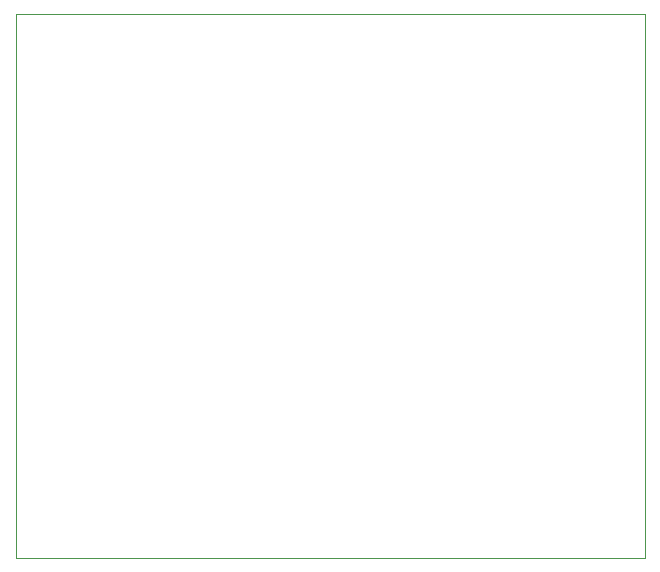
<source format=gbr>
%TF.GenerationSoftware,KiCad,Pcbnew,9.0.3*%
%TF.CreationDate,2025-09-23T16:22:56-07:00*%
%TF.ProjectId,ADC_and_voltage_boost,4144435f-616e-4645-9f76-6f6c74616765,v2.0*%
%TF.SameCoordinates,Original*%
%TF.FileFunction,Profile,NP*%
%FSLAX46Y46*%
G04 Gerber Fmt 4.6, Leading zero omitted, Abs format (unit mm)*
G04 Created by KiCad (PCBNEW 9.0.3) date 2025-09-23 16:22:56*
%MOMM*%
%LPD*%
G01*
G04 APERTURE LIST*
%TA.AperFunction,Profile*%
%ADD10C,0.050000*%
%TD*%
G04 APERTURE END LIST*
D10*
X122428000Y-81407000D02*
X175641000Y-81407000D01*
X175641000Y-127508000D02*
X122428000Y-127508000D01*
X122428000Y-127508000D02*
X122428000Y-81407000D01*
X175641000Y-81407000D02*
X175641000Y-127508000D01*
M02*

</source>
